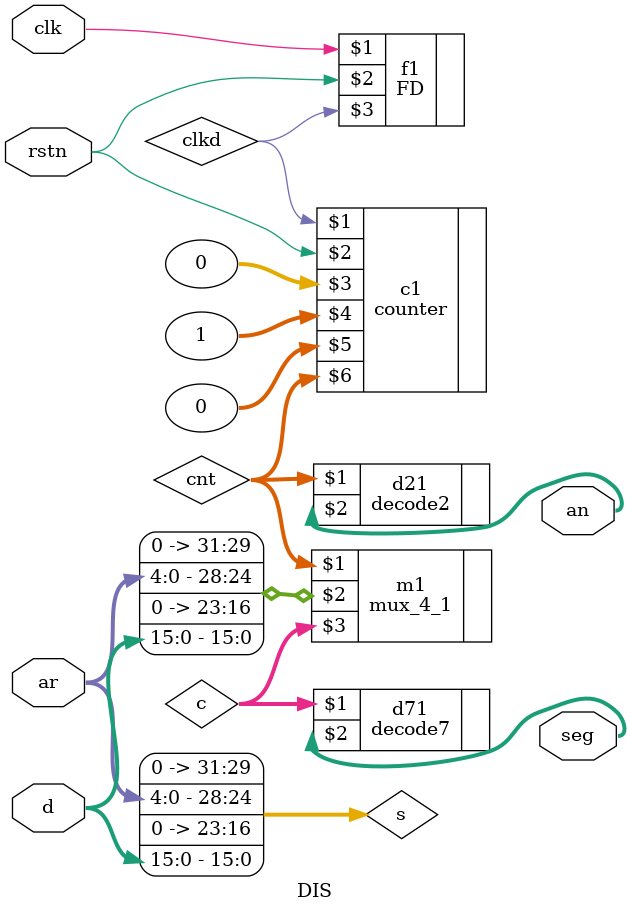
<source format=v>
`timescale 1ns / 1ps
module DIS(
    input clk,
    input rstn,
    input [4:0] ar,
    input [15:0] d,
    output [7:0] an,
    output [6:0] seg
    );
    wire clkd;
    wire [2:0] cnt;
    wire [3:0] c;
    wire [31:0] s;
    assign s={3'b000,ar[4:0],8'b00000000,d[15:0]};
    FD f1(clk,rstn,clkd);
    counter c1(clkd,rstn,0,1,0,cnt[2:0]);
    decode2 d21(cnt[2:0],an[7:0]);
    mux_4_1 m1(cnt[2:0],s[31:0],c[3:0]);
    decode7 d71(c[3:0],seg[6:0]);
    
endmodule

</source>
